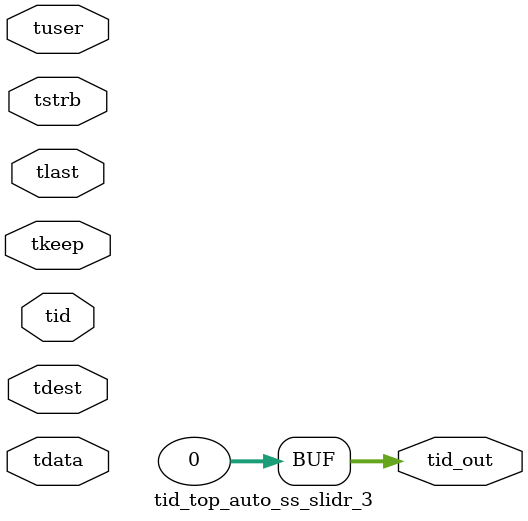
<source format=v>


`timescale 1ps/1ps

module tid_top_auto_ss_slidr_3 #
(
parameter C_S_AXIS_TID_WIDTH   = 1,
parameter C_S_AXIS_TUSER_WIDTH = 0,
parameter C_S_AXIS_TDATA_WIDTH = 0,
parameter C_S_AXIS_TDEST_WIDTH = 0,
parameter C_M_AXIS_TID_WIDTH   = 32
)
(
input  [(C_S_AXIS_TID_WIDTH   == 0 ? 1 : C_S_AXIS_TID_WIDTH)-1:0       ] tid,
input  [(C_S_AXIS_TDATA_WIDTH == 0 ? 1 : C_S_AXIS_TDATA_WIDTH)-1:0     ] tdata,
input  [(C_S_AXIS_TUSER_WIDTH == 0 ? 1 : C_S_AXIS_TUSER_WIDTH)-1:0     ] tuser,
input  [(C_S_AXIS_TDEST_WIDTH == 0 ? 1 : C_S_AXIS_TDEST_WIDTH)-1:0     ] tdest,
input  [(C_S_AXIS_TDATA_WIDTH/8)-1:0 ] tkeep,
input  [(C_S_AXIS_TDATA_WIDTH/8)-1:0 ] tstrb,
input                                                                    tlast,
output [(C_M_AXIS_TID_WIDTH   == 0 ? 1 : C_M_AXIS_TID_WIDTH)-1:0       ] tid_out
);

assign tid_out = {1'b0};

endmodule


</source>
